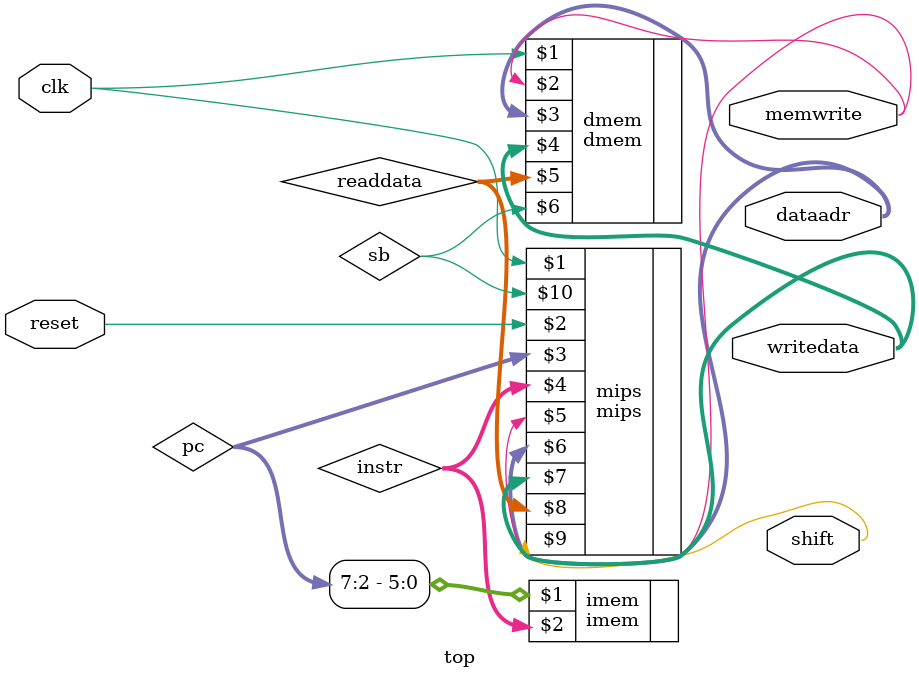
<source format=sv>
`timescale 1ns / 1ps
module top(input  logic        clk, reset, 
           output logic [31:0] writedata, dataadr, 
           output logic        memwrite,
           output logic        shift // watching shift
           );

  logic [31:0] pc, instr, readdata;
  logic        sb;
  
  // instantiate processor and memories
  mips mips(clk, reset, pc, instr, memwrite, dataadr, 
            writedata, readdata,
            shift, sb);
  imem imem(pc[7:2], instr);
  dmem dmem(clk, memwrite, dataadr, writedata, readdata,
            sb);
endmodule
</source>
